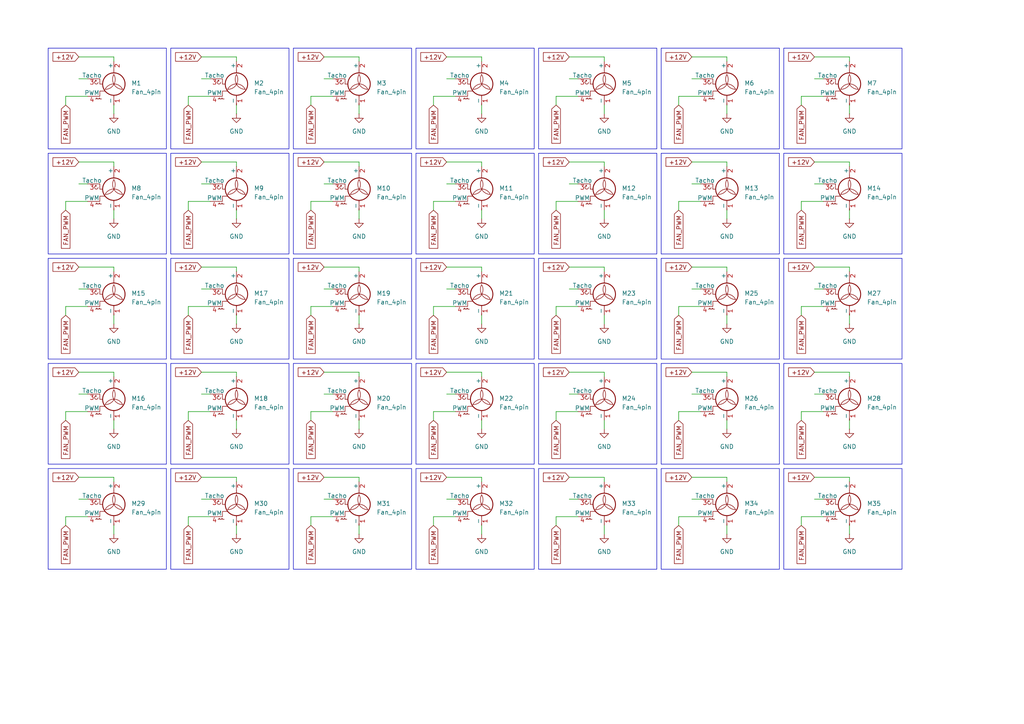
<source format=kicad_sch>
(kicad_sch (version 20250114) (generator "eeschema") (generator_version "9.0")
  (paper "A4")
  (lib_symbols
    (symbol "Motor:Fan_4pin" (pin_names (offset 0))
      (property "Reference" "M" (at 2.54 5.08 0))
      (property "Value" "Fan_4pin" (at 2.54 -2.54 0))
      (symbol "Fan_4pin_0_0"
        (polyline (pts (xy -5.08 2.032) (xy -5.334 2.159)))
        (polyline (pts (xy -5.08 2.032) (xy -5.207 1.778)))
        (arc (start -4.572 1.524) (mid -5.08 1.0182) (end -5.588 1.524))
        (arc (start -5.588 1.524) (mid -5.4392 1.8832) (end -5.08 2.032))
        (polyline (pts (xy -4.064 2.54) (xy -4.064 1.016) (xy -3.302 1.016)))
      )
      (symbol "Fan_4pin_0_1"
        (polyline (pts (xy -5.334 -3.302) (xy -5.08 -3.302) (xy -5.08 -3.048) (xy -4.826 -3.048) (xy -4.826 -3.302) (xy -4.318 -3.302) (xy -4.318 -3.048) (xy -4.064 -3.048) (xy -4.064 -3.302) (xy -3.556 -3.302)))
        (polyline (pts (xy -4.064 2.54) (xy -5.08 2.54)))
        (polyline (pts (xy -2.54 -1.016) (xy -4.064 -1.016) (xy -4.064 -2.54) (xy -5.08 -2.54)))
        (arc (start 0 3.81) (mid -0.0015 0.9048) (end -2.54 -0.508))
        (polyline (pts (xy 0 4.572) (xy 0 5.08)))
        (polyline (pts (xy 0 4.2672) (xy 0 4.6228)))
        (circle (center 0 1.016) (radius 3.2512) (stroke (width 0.254)))
        (arc (start -2.54 -0.508) (mid 0 1.0618) (end 2.54 -0.508))
        (polyline (pts (xy 0 -2.2352) (xy 0 -2.6416)))
        (polyline (pts (xy 0 -5.08) (xy 0 -4.572)))
        (arc (start 2.54 -0.508) (mid 0.047 0.9315) (end 0 3.81))
      )
      (symbol "Fan_4pin_1_1"
        (pin passive line (at -7.62 2.54 0) (length 2.54) (name "Tacho") (number "3"))
        (pin input line (at -7.62 -2.54 0) (length 2.54) (name "PWM") (number "4"))
        (pin passive line (at 0 7.62 270) (length 2.54) (name "+") (number "2"))
        (pin passive line (at 0 -5.08 90) (length 2.54) (name "-") (number "1"))
      )
    )
    (symbol "power:GND" (power) (pin_numbers (hide yes)) (pin_names (offset 0) (hide yes))
      (property "Value" "GND" (at 0 -3.81 0))
      (symbol "GND_0_1"
        (polyline (pts (xy 0 0) (xy 0 -1.27) (xy 1.27 -1.27) (xy 0 -2.54) (xy -1.27 -1.27) (xy 0 -1.27)))
      )
      (symbol "GND_1_1"
        (pin power_in line (at 0 0 270) (length 0) (name "~") (number "1"))
      )
    )
  )
  (rectangle (start 191.77 105.41) (end 226.06 134.62))
  (rectangle (start 13.97 44.45) (end 48.26 73.66))
  (rectangle (start 191.77 74.93) (end 226.06 104.14))
  (rectangle (start 49.53 44.45) (end 83.82 73.66))
  (rectangle (start 156.21 13.97) (end 190.5 43.18))
  (rectangle (start 227.33 135.89) (end 261.62 165.1))
  (rectangle (start 156.21 135.89) (end 190.5 165.1))
  (rectangle (start 120.65 74.93) (end 154.94 104.14))
  (rectangle (start 85.09 135.89) (end 119.38 165.1))
  (rectangle (start 227.33 74.93) (end 261.62 104.14))
  (rectangle (start 156.21 44.45) (end 190.5 73.66))
  (rectangle (start 156.21 74.93) (end 190.5 104.14))
  (rectangle (start 13.97 135.89) (end 48.26 165.1))
  (rectangle (start 49.53 74.93) (end 83.82 104.14))
  (rectangle (start 85.09 105.41) (end 119.38 134.62))
  (rectangle (start 191.77 44.45) (end 226.06 73.66))
  (rectangle (start 49.53 105.41) (end 83.82 134.62))
  (rectangle (start 85.09 74.93) (end 119.38 104.14))
  (rectangle (start 227.33 105.41) (end 261.62 134.62))
  (rectangle (start 85.09 13.97) (end 119.38 43.18))
  (rectangle (start 120.65 44.45) (end 154.94 73.66))
  (rectangle (start 49.53 13.97) (end 83.82 43.18))
  (rectangle (start 49.53 135.89) (end 83.82 165.1))
  (rectangle (start 227.33 13.97) (end 261.62 43.18))
  (rectangle (start 120.65 135.89) (end 154.94 165.1))
  (rectangle (start 156.21 105.41) (end 190.5 134.62))
  (rectangle (start 120.65 13.97) (end 154.94 43.18))
  (rectangle (start 13.97 105.41) (end 48.26 134.62))
  (rectangle (start 85.09 44.45) (end 119.38 73.66))
  (rectangle (start 13.97 13.97) (end 48.26 43.18))
  (rectangle (start 191.77 135.89) (end 226.06 165.1))
  (rectangle (start 191.77 13.97) (end 226.06 43.18))
  (rectangle (start 13.97 74.93) (end 48.26 104.14))
  (rectangle (start 227.33 44.45) (end 261.62 73.66))
  (rectangle (start 120.65 105.41) (end 154.94 134.62))
  (wire (pts (xy 33.02 121.92) (xy 33.02 124.46)))
  (wire (pts (xy 19.05 149.86) (xy 25.4 149.86)))
  (wire (pts (xy 129.54 22.86) (xy 132.08 22.86)))
  (wire (pts (xy 139.7 77.47) (xy 139.7 78.74)))
  (wire (pts (xy 33.02 77.47) (xy 33.02 78.74)))
  (wire (pts (xy 232.41 119.38) (xy 238.76 119.38)))
  (wire (pts (xy 246.38 77.47) (xy 246.38 78.74)))
  (wire (pts (xy 33.02 46.99) (xy 33.02 48.26)))
  (wire (pts (xy 104.14 77.47) (xy 104.14 78.74)))
  (wire (pts (xy 165.1 53.34) (xy 167.64 53.34)))
  (wire (pts (xy 22.86 46.99) (xy 33.02 46.99)))
  (wire (pts (xy 161.29 60.96) (xy 161.29 58.42)))
  (wire (pts (xy 58.42 144.78) (xy 60.96 144.78)))
  (wire (pts (xy 196.85 149.86) (xy 203.2 149.86)))
  (wire (pts (xy 165.1 16.51) (xy 175.26 16.51)))
  (wire (pts (xy 175.26 77.47) (xy 175.26 78.74)))
  (wire (pts (xy 246.38 30.48) (xy 246.38 33.02)))
  (wire (pts (xy 104.14 91.44) (xy 104.14 93.98)))
  (wire (pts (xy 125.73 58.42) (xy 132.08 58.42)))
  (wire (pts (xy 210.82 30.48) (xy 210.82 33.02)))
  (wire (pts (xy 19.05 58.42) (xy 25.4 58.42)))
  (wire (pts (xy 58.42 53.34) (xy 60.96 53.34)))
  (wire (pts (xy 196.85 152.4) (xy 196.85 149.86)))
  (wire (pts (xy 54.61 149.86) (xy 60.96 149.86)))
  (wire (pts (xy 200.66 46.99) (xy 210.82 46.99)))
  (wire (pts (xy 161.29 119.38) (xy 167.64 119.38)))
  (wire (pts (xy 125.73 152.4) (xy 125.73 149.86)))
  (wire (pts (xy 232.41 58.42) (xy 238.76 58.42)))
  (wire (pts (xy 246.38 91.44) (xy 246.38 93.98)))
  (wire (pts (xy 139.7 60.96) (xy 139.7 63.5)))
  (wire (pts (xy 232.41 27.94) (xy 238.76 27.94)))
  (wire (pts (xy 104.14 138.43) (xy 104.14 139.7)))
  (wire (pts (xy 125.73 119.38) (xy 132.08 119.38)))
  (wire (pts (xy 93.98 46.99) (xy 104.14 46.99)))
  (wire (pts (xy 161.29 121.92) (xy 161.29 119.38)))
  (wire (pts (xy 196.85 121.92) (xy 196.85 119.38)))
  (wire (pts (xy 68.58 91.44) (xy 68.58 93.98)))
  (wire (pts (xy 236.22 53.34) (xy 238.76 53.34)))
  (wire (pts (xy 58.42 107.95) (xy 68.58 107.95)))
  (wire (pts (xy 175.26 107.95) (xy 175.26 109.22)))
  (wire (pts (xy 90.17 27.94) (xy 96.52 27.94)))
  (wire (pts (xy 165.1 83.82) (xy 167.64 83.82)))
  (wire (pts (xy 93.98 22.86) (xy 96.52 22.86)))
  (wire (pts (xy 68.58 30.48) (xy 68.58 33.02)))
  (wire (pts (xy 246.38 152.4) (xy 246.38 154.94)))
  (wire (pts (xy 104.14 107.95) (xy 104.14 109.22)))
  (wire (pts (xy 19.05 30.48) (xy 19.05 27.94)))
  (wire (pts (xy 19.05 88.9) (xy 25.4 88.9)))
  (wire (pts (xy 246.38 138.43) (xy 246.38 139.7)))
  (wire (pts (xy 165.1 107.95) (xy 175.26 107.95)))
  (wire (pts (xy 22.86 138.43) (xy 33.02 138.43)))
  (wire (pts (xy 68.58 46.99) (xy 68.58 48.26)))
  (wire (pts (xy 19.05 60.96) (xy 19.05 58.42)))
  (wire (pts (xy 210.82 107.95) (xy 210.82 109.22)))
  (wire (pts (xy 33.02 138.43) (xy 33.02 139.7)))
  (wire (pts (xy 246.38 60.96) (xy 246.38 63.5)))
  (wire (pts (xy 175.26 60.96) (xy 175.26 63.5)))
  (wire (pts (xy 58.42 46.99) (xy 68.58 46.99)))
  (wire (pts (xy 125.73 91.44) (xy 125.73 88.9)))
  (wire (pts (xy 139.7 16.51) (xy 139.7 17.78)))
  (wire (pts (xy 54.61 91.44) (xy 54.61 88.9)))
  (wire (pts (xy 129.54 107.95) (xy 139.7 107.95)))
  (wire (pts (xy 175.26 30.48) (xy 175.26 33.02)))
  (wire (pts (xy 129.54 46.99) (xy 139.7 46.99)))
  (wire (pts (xy 90.17 91.44) (xy 90.17 88.9)))
  (wire (pts (xy 93.98 83.82) (xy 96.52 83.82)))
  (wire (pts (xy 232.41 91.44) (xy 232.41 88.9)))
  (wire (pts (xy 104.14 46.99) (xy 104.14 48.26)))
  (wire (pts (xy 232.41 60.96) (xy 232.41 58.42)))
  (wire (pts (xy 210.82 16.51) (xy 210.82 17.78)))
  (wire (pts (xy 129.54 144.78) (xy 132.08 144.78)))
  (wire (pts (xy 54.61 121.92) (xy 54.61 119.38)))
  (wire (pts (xy 58.42 114.3) (xy 60.96 114.3)))
  (wire (pts (xy 22.86 114.3) (xy 25.4 114.3)))
  (wire (pts (xy 165.1 138.43) (xy 175.26 138.43)))
  (wire (pts (xy 200.66 138.43) (xy 210.82 138.43)))
  (wire (pts (xy 196.85 60.96) (xy 196.85 58.42)))
  (wire (pts (xy 210.82 91.44) (xy 210.82 93.98)))
  (wire (pts (xy 90.17 121.92) (xy 90.17 119.38)))
  (wire (pts (xy 68.58 107.95) (xy 68.58 109.22)))
  (wire (pts (xy 22.86 144.78) (xy 25.4 144.78)))
  (wire (pts (xy 236.22 114.3) (xy 238.76 114.3)))
  (wire (pts (xy 33.02 107.95) (xy 33.02 109.22)))
  (wire (pts (xy 139.7 46.99) (xy 139.7 48.26)))
  (wire (pts (xy 129.54 77.47) (xy 139.7 77.47)))
  (wire (pts (xy 161.29 91.44) (xy 161.29 88.9)))
  (wire (pts (xy 90.17 149.86) (xy 96.52 149.86)))
  (wire (pts (xy 236.22 77.47) (xy 246.38 77.47)))
  (wire (pts (xy 175.26 91.44) (xy 175.26 93.98)))
  (wire (pts (xy 165.1 114.3) (xy 167.64 114.3)))
  (wire (pts (xy 165.1 46.99) (xy 175.26 46.99)))
  (wire (pts (xy 93.98 144.78) (xy 96.52 144.78)))
  (wire (pts (xy 125.73 60.96) (xy 125.73 58.42)))
  (wire (pts (xy 19.05 27.94) (xy 25.4 27.94)))
  (wire (pts (xy 90.17 58.42) (xy 96.52 58.42)))
  (wire (pts (xy 210.82 60.96) (xy 210.82 63.5)))
  (wire (pts (xy 93.98 114.3) (xy 96.52 114.3)))
  (wire (pts (xy 68.58 77.47) (xy 68.58 78.74)))
  (wire (pts (xy 200.66 16.51) (xy 210.82 16.51)))
  (wire (pts (xy 129.54 83.82) (xy 132.08 83.82)))
  (wire (pts (xy 104.14 30.48) (xy 104.14 33.02)))
  (wire (pts (xy 175.26 152.4) (xy 175.26 154.94)))
  (wire (pts (xy 139.7 121.92) (xy 139.7 124.46)))
  (wire (pts (xy 93.98 16.51) (xy 104.14 16.51)))
  (wire (pts (xy 125.73 88.9) (xy 132.08 88.9)))
  (wire (pts (xy 210.82 46.99) (xy 210.82 48.26)))
  (wire (pts (xy 196.85 27.94) (xy 203.2 27.94)))
  (wire (pts (xy 58.42 16.51) (xy 68.58 16.51)))
  (wire (pts (xy 232.41 121.92) (xy 232.41 119.38)))
  (wire (pts (xy 236.22 22.86) (xy 238.76 22.86)))
  (wire (pts (xy 19.05 91.44) (xy 19.05 88.9)))
  (wire (pts (xy 22.86 22.86) (xy 25.4 22.86)))
  (wire (pts (xy 90.17 119.38) (xy 96.52 119.38)))
  (wire (pts (xy 54.61 152.4) (xy 54.61 149.86)))
  (wire (pts (xy 58.42 22.86) (xy 60.96 22.86)))
  (wire (pts (xy 68.58 16.51) (xy 68.58 17.78)))
  (wire (pts (xy 246.38 121.92) (xy 246.38 124.46)))
  (wire (pts (xy 104.14 60.96) (xy 104.14 63.5)))
  (wire (pts (xy 22.86 83.82) (xy 25.4 83.82)))
  (wire (pts (xy 200.66 107.95) (xy 210.82 107.95)))
  (wire (pts (xy 236.22 107.95) (xy 246.38 107.95)))
  (wire (pts (xy 93.98 77.47) (xy 104.14 77.47)))
  (wire (pts (xy 129.54 138.43) (xy 139.7 138.43)))
  (wire (pts (xy 196.85 88.9) (xy 203.2 88.9)))
  (wire (pts (xy 90.17 60.96) (xy 90.17 58.42)))
  (wire (pts (xy 246.38 46.99) (xy 246.38 48.26)))
  (wire (pts (xy 22.86 107.95) (xy 33.02 107.95)))
  (wire (pts (xy 196.85 30.48) (xy 196.85 27.94)))
  (wire (pts (xy 210.82 77.47) (xy 210.82 78.74)))
  (wire (pts (xy 232.41 149.86) (xy 238.76 149.86)))
  (wire (pts (xy 139.7 91.44) (xy 139.7 93.98)))
  (wire (pts (xy 54.61 27.94) (xy 60.96 27.94)))
  (wire (pts (xy 139.7 30.48) (xy 139.7 33.02)))
  (wire (pts (xy 200.66 83.82) (xy 203.2 83.82)))
  (wire (pts (xy 161.29 149.86) (xy 167.64 149.86)))
  (wire (pts (xy 33.02 16.51) (xy 33.02 17.78)))
  (wire (pts (xy 93.98 138.43) (xy 104.14 138.43)))
  (wire (pts (xy 139.7 138.43) (xy 139.7 139.7)))
  (wire (pts (xy 33.02 91.44) (xy 33.02 93.98)))
  (wire (pts (xy 33.02 30.48) (xy 33.02 33.02)))
  (wire (pts (xy 68.58 60.96) (xy 68.58 63.5)))
  (wire (pts (xy 68.58 152.4) (xy 68.58 154.94)))
  (wire (pts (xy 19.05 152.4) (xy 19.05 149.86)))
  (wire (pts (xy 161.29 30.48) (xy 161.29 27.94)))
  (wire (pts (xy 90.17 152.4) (xy 90.17 149.86)))
  (wire (pts (xy 161.29 152.4) (xy 161.29 149.86)))
  (wire (pts (xy 175.26 121.92) (xy 175.26 124.46)))
  (wire (pts (xy 210.82 121.92) (xy 210.82 124.46)))
  (wire (pts (xy 54.61 119.38) (xy 60.96 119.38)))
  (wire (pts (xy 33.02 60.96) (xy 33.02 63.5)))
  (wire (pts (xy 125.73 27.94) (xy 132.08 27.94)))
  (wire (pts (xy 232.41 88.9) (xy 238.76 88.9)))
  (wire (pts (xy 236.22 46.99) (xy 246.38 46.99)))
  (wire (pts (xy 58.42 77.47) (xy 68.58 77.47)))
  (wire (pts (xy 93.98 107.95) (xy 104.14 107.95)))
  (wire (pts (xy 68.58 138.43) (xy 68.58 139.7)))
  (wire (pts (xy 90.17 88.9) (xy 96.52 88.9)))
  (wire (pts (xy 58.42 83.82) (xy 60.96 83.82)))
  (wire (pts (xy 54.61 30.48) (xy 54.61 27.94)))
  (wire (pts (xy 200.66 53.34) (xy 203.2 53.34)))
  (wire (pts (xy 104.14 121.92) (xy 104.14 124.46)))
  (wire (pts (xy 68.58 121.92) (xy 68.58 124.46)))
  (wire (pts (xy 232.41 152.4) (xy 232.41 149.86)))
  (wire (pts (xy 200.66 114.3) (xy 203.2 114.3)))
  (wire (pts (xy 54.61 58.42) (xy 60.96 58.42)))
  (wire (pts (xy 175.26 46.99) (xy 175.26 48.26)))
  (wire (pts (xy 196.85 58.42) (xy 203.2 58.42)))
  (wire (pts (xy 161.29 58.42) (xy 167.64 58.42)))
  (wire (pts (xy 196.85 91.44) (xy 196.85 88.9)))
  (wire (pts (xy 161.29 88.9) (xy 167.64 88.9)))
  (wire (pts (xy 19.05 121.92) (xy 19.05 119.38)))
  (wire (pts (xy 129.54 114.3) (xy 132.08 114.3)))
  (wire (pts (xy 93.98 53.34) (xy 96.52 53.34)))
  (wire (pts (xy 165.1 22.86) (xy 167.64 22.86)))
  (wire (pts (xy 58.42 138.43) (xy 68.58 138.43)))
  (wire (pts (xy 33.02 152.4) (xy 33.02 154.94)))
  (wire (pts (xy 246.38 107.95) (xy 246.38 109.22)))
  (wire (pts (xy 129.54 16.51) (xy 139.7 16.51)))
  (wire (pts (xy 200.66 77.47) (xy 210.82 77.47)))
  (wire (pts (xy 125.73 149.86) (xy 132.08 149.86)))
  (wire (pts (xy 54.61 60.96) (xy 54.61 58.42)))
  (wire (pts (xy 139.7 152.4) (xy 139.7 154.94)))
  (wire (pts (xy 165.1 144.78) (xy 167.64 144.78)))
  (wire (pts (xy 139.7 107.95) (xy 139.7 109.22)))
  (wire (pts (xy 165.1 77.47) (xy 175.26 77.47)))
  (wire (pts (xy 196.85 119.38) (xy 203.2 119.38)))
  (wire (pts (xy 236.22 16.51) (xy 246.38 16.51)))
  (wire (pts (xy 104.14 16.51) (xy 104.14 17.78)))
  (wire (pts (xy 161.29 27.94) (xy 167.64 27.94)))
  (wire (pts (xy 236.22 138.43) (xy 246.38 138.43)))
  (wire (pts (xy 22.86 53.34) (xy 25.4 53.34)))
  (wire (pts (xy 22.86 77.47) (xy 33.02 77.47)))
  (wire (pts (xy 200.66 22.86) (xy 203.2 22.86)))
  (wire (pts (xy 54.61 88.9) (xy 60.96 88.9)))
  (wire (pts (xy 22.86 16.51) (xy 33.02 16.51)))
  (wire (pts (xy 236.22 144.78) (xy 238.76 144.78)))
  (wire (pts (xy 175.26 16.51) (xy 175.26 17.78)))
  (wire (pts (xy 210.82 138.43) (xy 210.82 139.7)))
  (wire (pts (xy 125.73 30.48) (xy 125.73 27.94)))
  (wire (pts (xy 104.14 152.4) (xy 104.14 154.94)))
  (wire (pts (xy 125.73 121.92) (xy 125.73 119.38)))
  (wire (pts (xy 90.17 30.48) (xy 90.17 27.94)))
  (wire (pts (xy 232.41 30.48) (xy 232.41 27.94)))
  (wire (pts (xy 210.82 152.4) (xy 210.82 154.94)))
  (wire (pts (xy 129.54 53.34) (xy 132.08 53.34)))
  (wire (pts (xy 236.22 83.82) (xy 238.76 83.82)))
  (wire (pts (xy 19.05 119.38) (xy 25.4 119.38)))
  (wire (pts (xy 175.26 138.43) (xy 175.26 139.7)))
  (wire (pts (xy 200.66 144.78) (xy 203.2 144.78)))
  (wire (pts (xy 246.38 16.51) (xy 246.38 17.78)))
  (global_label "FAN_PWM" (shape input) (at 54.61 91.44 270) (property "Intersheetrefs" "${INTERSHEET_REFS}" (effects (hide yes))))
  (global_label "FAN_PWM" (shape input) (at 232.41 152.4 270) (property "Intersheetrefs" "${INTERSHEET_REFS}" (effects (hide yes))))
  (global_label "+12V" (shape input) (at 200.66 46.99 180) (property "Intersheetrefs" "${INTERSHEET_REFS}" (effects (hide yes))))
  (global_label "+12V" (shape input) (at 58.42 46.99 180) (property "Intersheetrefs" "${INTERSHEET_REFS}" (effects (hide yes))))
  (global_label "+12V" (shape input) (at 236.22 107.95 180) (property "Intersheetrefs" "${INTERSHEET_REFS}" (effects (hide yes))))
  (global_label "FAN_PWM" (shape input) (at 196.85 30.48 270) (property "Intersheetrefs" "${INTERSHEET_REFS}" (effects (hide yes))))
  (global_label "FAN_PWM" (shape input) (at 125.73 30.48 270) (property "Intersheetrefs" "${INTERSHEET_REFS}" (effects (hide yes))))
  (global_label "+12V" (shape input) (at 236.22 16.51 180) (property "Intersheetrefs" "${INTERSHEET_REFS}" (effects (hide yes))))
  (global_label "FAN_PWM" (shape input) (at 125.73 152.4 270) (property "Intersheetrefs" "${INTERSHEET_REFS}" (effects (hide yes))))
  (global_label "FAN_PWM" (shape input) (at 54.61 60.96 270) (property "Intersheetrefs" "${INTERSHEET_REFS}" (effects (hide yes))))
  (global_label "FAN_PWM" (shape input) (at 125.73 60.96 270) (property "Intersheetrefs" "${INTERSHEET_REFS}" (effects (hide yes))))
  (global_label "+12V" (shape input) (at 129.54 16.51 180) (property "Intersheetrefs" "${INTERSHEET_REFS}" (effects (hide yes))))
  (global_label "FAN_PWM" (shape input) (at 19.05 60.96 270) (property "Intersheetrefs" "${INTERSHEET_REFS}" (effects (hide yes))))
  (global_label "FAN_PWM" (shape input) (at 54.61 152.4 270) (property "Intersheetrefs" "${INTERSHEET_REFS}" (effects (hide yes))))
  (global_label "FAN_PWM" (shape input) (at 90.17 30.48 270) (property "Intersheetrefs" "${INTERSHEET_REFS}" (effects (hide yes))))
  (global_label "FAN_PWM" (shape input) (at 161.29 30.48 270) (property "Intersheetrefs" "${INTERSHEET_REFS}" (effects (hide yes))))
  (global_label "FAN_PWM" (shape input) (at 232.41 60.96 270) (property "Intersheetrefs" "${INTERSHEET_REFS}" (effects (hide yes))))
  (global_label "+12V" (shape input) (at 58.42 138.43 180) (property "Intersheetrefs" "${INTERSHEET_REFS}" (effects (hide yes))))
  (global_label "+12V" (shape input) (at 22.86 138.43 180) (property "Intersheetrefs" "${INTERSHEET_REFS}" (effects (hide yes))))
  (global_label "FAN_PWM" (shape input) (at 54.61 30.48 270) (property "Intersheetrefs" "${INTERSHEET_REFS}" (effects (hide yes))))
  (global_label "FAN_PWM" (shape input) (at 161.29 121.92 270) (property "Intersheetrefs" "${INTERSHEET_REFS}" (effects (hide yes))))
  (global_label "+12V" (shape input) (at 93.98 46.99 180) (property "Intersheetrefs" "${INTERSHEET_REFS}" (effects (hide yes))))
  (global_label "FAN_PWM" (shape input) (at 232.41 30.48 270) (property "Intersheetrefs" "${INTERSHEET_REFS}" (effects (hide yes))))
  (global_label "+12V" (shape input) (at 22.86 46.99 180) (property "Intersheetrefs" "${INTERSHEET_REFS}" (effects (hide yes))))
  (global_label "+12V" (shape input) (at 129.54 107.95 180) (property "Intersheetrefs" "${INTERSHEET_REFS}" (effects (hide yes))))
  (global_label "FAN_PWM" (shape input) (at 19.05 91.44 270) (property "Intersheetrefs" "${INTERSHEET_REFS}" (effects (hide yes))))
  (global_label "+12V" (shape input) (at 22.86 77.47 180) (property "Intersheetrefs" "${INTERSHEET_REFS}" (effects (hide yes))))
  (global_label "FAN_PWM" (shape input) (at 125.73 121.92 270) (property "Intersheetrefs" "${INTERSHEET_REFS}" (effects (hide yes))))
  (global_label "FAN_PWM" (shape input) (at 19.05 152.4 270) (property "Intersheetrefs" "${INTERSHEET_REFS}" (effects (hide yes))))
  (global_label "+12V" (shape input) (at 93.98 107.95 180) (property "Intersheetrefs" "${INTERSHEET_REFS}" (effects (hide yes))))
  (global_label "FAN_PWM" (shape input) (at 196.85 91.44 270) (property "Intersheetrefs" "${INTERSHEET_REFS}" (effects (hide yes))))
  (global_label "FAN_PWM" (shape input) (at 232.41 121.92 270) (property "Intersheetrefs" "${INTERSHEET_REFS}" (effects (hide yes))))
  (global_label "FAN_PWM" (shape input) (at 196.85 60.96 270) (property "Intersheetrefs" "${INTERSHEET_REFS}" (effects (hide yes))))
  (global_label "+12V" (shape input) (at 129.54 46.99 180) (property "Intersheetrefs" "${INTERSHEET_REFS}" (effects (hide yes))))
  (global_label "FAN_PWM" (shape input) (at 90.17 60.96 270) (property "Intersheetrefs" "${INTERSHEET_REFS}" (effects (hide yes))))
  (global_label "FAN_PWM" (shape input) (at 161.29 152.4 270) (property "Intersheetrefs" "${INTERSHEET_REFS}" (effects (hide yes))))
  (global_label "+12V" (shape input) (at 129.54 138.43 180) (property "Intersheetrefs" "${INTERSHEET_REFS}" (effects (hide yes))))
  (global_label "+12V" (shape input) (at 165.1 77.47 180) (property "Intersheetrefs" "${INTERSHEET_REFS}" (effects (hide yes))))
  (global_label "+12V" (shape input) (at 236.22 77.47 180) (property "Intersheetrefs" "${INTERSHEET_REFS}" (effects (hide yes))))
  (global_label "FAN_PWM" (shape input) (at 161.29 60.96 270) (property "Intersheetrefs" "${INTERSHEET_REFS}" (effects (hide yes))))
  (global_label "+12V" (shape input) (at 58.42 77.47 180) (property "Intersheetrefs" "${INTERSHEET_REFS}" (effects (hide yes))))
  (global_label "+12V" (shape input) (at 236.22 138.43 180) (property "Intersheetrefs" "${INTERSHEET_REFS}" (effects (hide yes))))
  (global_label "+12V" (shape input) (at 129.54 77.47 180) (property "Intersheetrefs" "${INTERSHEET_REFS}" (effects (hide yes))))
  (global_label "+12V" (shape input) (at 22.86 16.51 180) (property "Intersheetrefs" "${INTERSHEET_REFS}" (effects (hide yes))))
  (global_label "+12V" (shape input) (at 93.98 77.47 180) (property "Intersheetrefs" "${INTERSHEET_REFS}" (effects (hide yes))))
  (global_label "FAN_PWM" (shape input) (at 90.17 152.4 270) (property "Intersheetrefs" "${INTERSHEET_REFS}" (effects (hide yes))))
  (global_label "+12V" (shape input) (at 22.86 107.95 180) (property "Intersheetrefs" "${INTERSHEET_REFS}" (effects (hide yes))))
  (global_label "FAN_PWM" (shape input) (at 196.85 121.92 270) (property "Intersheetrefs" "${INTERSHEET_REFS}" (effects (hide yes))))
  (global_label "+12V" (shape input) (at 93.98 16.51 180) (property "Intersheetrefs" "${INTERSHEET_REFS}" (effects (hide yes))))
  (global_label "+12V" (shape input) (at 58.42 16.51 180) (property "Intersheetrefs" "${INTERSHEET_REFS}" (effects (hide yes))))
  (global_label "FAN_PWM" (shape input) (at 19.05 30.48 270) (property "Intersheetrefs" "${INTERSHEET_REFS}" (effects (hide yes))))
  (global_label "+12V" (shape input) (at 165.1 16.51 180) (property "Intersheetrefs" "${INTERSHEET_REFS}" (effects (hide yes))))
  (global_label "FAN_PWM" (shape input) (at 232.41 91.44 270) (property "Intersheetrefs" "${INTERSHEET_REFS}" (effects (hide yes))))
  (global_label "FAN_PWM" (shape input) (at 196.85 152.4 270) (property "Intersheetrefs" "${INTERSHEET_REFS}" (effects (hide yes))))
  (global_label "+12V" (shape input) (at 165.1 46.99 180) (property "Intersheetrefs" "${INTERSHEET_REFS}" (effects (hide yes))))
  (global_label "+12V" (shape input) (at 165.1 138.43 180) (property "Intersheetrefs" "${INTERSHEET_REFS}" (effects (hide yes))))
  (global_label "+12V" (shape input) (at 58.42 107.95 180) (property "Intersheetrefs" "${INTERSHEET_REFS}" (effects (hide yes))))
  (global_label "+12V" (shape input) (at 236.22 46.99 180) (property "Intersheetrefs" "${INTERSHEET_REFS}" (effects (hide yes))))
  (global_label "+12V" (shape input) (at 200.66 138.43 180) (property "Intersheetrefs" "${INTERSHEET_REFS}" (effects (hide yes))))
  (global_label "+12V" (shape input) (at 200.66 107.95 180) (property "Intersheetrefs" "${INTERSHEET_REFS}" (effects (hide yes))))
  (global_label "+12V" (shape input) (at 165.1 107.95 180) (property "Intersheetrefs" "${INTERSHEET_REFS}" (effects (hide yes))))
  (global_label "FAN_PWM" (shape input) (at 90.17 91.44 270) (property "Intersheetrefs" "${INTERSHEET_REFS}" (effects (hide yes))))
  (global_label "+12V" (shape input) (at 200.66 16.51 180) (property "Intersheetrefs" "${INTERSHEET_REFS}" (effects (hide yes))))
  (global_label "+12V" (shape input) (at 200.66 77.47 180) (property "Intersheetrefs" "${INTERSHEET_REFS}" (effects (hide yes))))
  (global_label "FAN_PWM" (shape input) (at 19.05 121.92 270) (property "Intersheetrefs" "${INTERSHEET_REFS}" (effects (hide yes))))
  (global_label "+12V" (shape input) (at 93.98 138.43 180) (property "Intersheetrefs" "${INTERSHEET_REFS}" (effects (hide yes))))
  (global_label "FAN_PWM" (shape input) (at 125.73 91.44 270) (property "Intersheetrefs" "${INTERSHEET_REFS}" (effects (hide yes))))
  (global_label "FAN_PWM" (shape input) (at 54.61 121.92 270) (property "Intersheetrefs" "${INTERSHEET_REFS}" (effects (hide yes))))
  (global_label "FAN_PWM" (shape input) (at 161.29 91.44 270) (property "Intersheetrefs" "${INTERSHEET_REFS}" (effects (hide yes))))
  (global_label "FAN_PWM" (shape input) (at 90.17 121.92 270) (property "Intersheetrefs" "${INTERSHEET_REFS}" (effects (hide yes))))
  (symbol (lib_id "Motor:Fan_4pin") (at 175.26 55.88 0) (unit 1)
    (property "Reference" "M12" (at 180.34 54.6099 0) (effects (justify left)))
    (property "Value" "Fan_4pin" (at 180.34 57.1499 0) (effects (justify left)))
    (property "Footprint" "Connector:FanPinHeader_1x04_P2.54mm_Vertical" (effects (hide yes)))
    (property "Datasheet" "http://www.formfactors.org/developer%5Cspecs%5Crev1_2_public.pdf" (effects (hide yes)))
    (property "Description" "Fan, tacho output, PWM input, 4-pin connector" (effects (hide yes)))
  )
  (symbol (lib_id "power:GND") (at 175.26 93.98 0) (unit 1)
    (property "Reference" "#PWR051" (effects (hide yes)))
    (property "Value" "GND" (at 175.26 99.06 0))
    (property "Description" "Power symbol creates a global label with name \"GND\" , ground" (effects (hide yes)))
  )
  (symbol (lib_id "power:GND") (at 68.58 93.98 0) (unit 1)
    (property "Reference" "#PWR045" (effects (hide yes)))
    (property "Value" "GND" (at 68.58 99.06 0))
    (property "Description" "Power symbol creates a global label with name \"GND\" , ground" (effects (hide yes)))
  )
  (symbol (lib_id "power:GND") (at 139.7 154.94 0) (unit 1)
    (property "Reference" "#PWR060" (effects (hide yes)))
    (property "Value" "GND" (at 139.7 160.02 0))
    (property "Description" "Power symbol creates a global label with name \"GND\" , ground" (effects (hide yes)))
  )
  (symbol (lib_id "power:GND") (at 33.02 124.46 0) (unit 1)
    (property "Reference" "#PWR044" (effects (hide yes)))
    (property "Value" "GND" (at 33.02 129.54 0))
    (property "Description" "Power symbol creates a global label with name \"GND\" , ground" (effects (hide yes)))
  )
  (symbol (lib_id "Motor:Fan_4pin") (at 68.58 116.84 0) (unit 1)
    (property "Reference" "M18" (at 73.66 115.5699 0) (effects (justify left)))
    (property "Value" "Fan_4pin" (at 73.66 118.1099 0) (effects (justify left)))
    (property "Footprint" "Connector:FanPinHeader_1x04_P2.54mm_Vertical" (effects (hide yes)))
    (property "Datasheet" "http://www.formfactors.org/developer%5Cspecs%5Crev1_2_public.pdf" (effects (hide yes)))
    (property "Description" "Fan, tacho output, PWM input, 4-pin connector" (effects (hide yes)))
  )
  (symbol (lib_id "Motor:Fan_4pin") (at 139.7 147.32 0) (unit 1)
    (property "Reference" "M32" (at 144.78 146.0499 0) (effects (justify left)))
    (property "Value" "Fan_4pin" (at 144.78 148.5899 0) (effects (justify left)))
    (property "Footprint" "Connector:FanPinHeader_1x04_P2.54mm_Vertical" (effects (hide yes)))
    (property "Datasheet" "http://www.formfactors.org/developer%5Cspecs%5Crev1_2_public.pdf" (effects (hide yes)))
    (property "Description" "Fan, tacho output, PWM input, 4-pin connector" (effects (hide yes)))
  )
  (symbol (lib_id "Motor:Fan_4pin") (at 139.7 116.84 0) (unit 1)
    (property "Reference" "M22" (at 144.78 115.5699 0) (effects (justify left)))
    (property "Value" "Fan_4pin" (at 144.78 118.1099 0) (effects (justify left)))
    (property "Footprint" "Connector:FanPinHeader_1x04_P2.54mm_Vertical" (effects (hide yes)))
    (property "Datasheet" "http://www.formfactors.org/developer%5Cspecs%5Crev1_2_public.pdf" (effects (hide yes)))
    (property "Description" "Fan, tacho output, PWM input, 4-pin connector" (effects (hide yes)))
  )
  (symbol (lib_id "power:GND") (at 175.26 33.02 0) (unit 1)
    (property "Reference" "#PWR033" (effects (hide yes)))
    (property "Value" "GND" (at 175.26 38.1 0))
    (property "Description" "Power symbol creates a global label with name \"GND\" , ground" (effects (hide yes)))
  )
  (symbol (lib_id "power:GND") (at 246.38 93.98 0) (unit 1)
    (property "Reference" "#PWR055" (effects (hide yes)))
    (property "Value" "GND" (at 246.38 99.06 0))
    (property "Description" "Power symbol creates a global label with name \"GND\" , ground" (effects (hide yes)))
  )
  (symbol (lib_id "power:GND") (at 210.82 63.5 0) (unit 1)
    (property "Reference" "#PWR041" (effects (hide yes)))
    (property "Value" "GND" (at 210.82 68.58 0))
    (property "Description" "Power symbol creates a global label with name \"GND\" , ground" (effects (hide yes)))
  )
  (symbol (lib_id "Motor:Fan_4pin") (at 175.26 116.84 0) (unit 1)
    (property "Reference" "M24" (at 180.34 115.5699 0) (effects (justify left)))
    (property "Value" "Fan_4pin" (at 180.34 118.1099 0) (effects (justify left)))
    (property "Footprint" "Connector:FanPinHeader_1x04_P2.54mm_Vertical" (effects (hide yes)))
    (property "Datasheet" "http://www.formfactors.org/developer%5Cspecs%5Crev1_2_public.pdf" (effects (hide yes)))
    (property "Description" "Fan, tacho output, PWM input, 4-pin connector" (effects (hide yes)))
  )
  (symbol (lib_id "Motor:Fan_4pin") (at 33.02 25.4 0) (unit 1)
    (property "Reference" "M1" (at 38.1 24.1299 0) (effects (justify left)))
    (property "Value" "Fan_4pin" (at 38.1 26.6699 0) (effects (justify left)))
    (property "Footprint" "Connector:FanPinHeader_1x04_P2.54mm_Vertical" (effects (hide yes)))
    (property "Datasheet" "http://www.formfactors.org/developer%5Cspecs%5Crev1_2_public.pdf" (effects (hide yes)))
    (property "Description" "Fan, tacho output, PWM input, 4-pin connector" (effects (hide yes)))
  )
  (symbol (lib_id "Motor:Fan_4pin") (at 139.7 86.36 0) (unit 1)
    (property "Reference" "M21" (at 144.78 85.0899 0) (effects (justify left)))
    (property "Value" "Fan_4pin" (at 144.78 87.6299 0) (effects (justify left)))
    (property "Footprint" "Connector:FanPinHeader_1x04_P2.54mm_Vertical" (effects (hide yes)))
    (property "Datasheet" "http://www.formfactors.org/developer%5Cspecs%5Crev1_2_public.pdf" (effects (hide yes)))
    (property "Description" "Fan, tacho output, PWM input, 4-pin connector" (effects (hide yes)))
  )
  (symbol (lib_id "Motor:Fan_4pin") (at 33.02 116.84 0) (unit 1)
    (property "Reference" "M16" (at 38.1 115.5699 0) (effects (justify left)))
    (property "Value" "Fan_4pin" (at 38.1 118.1099 0) (effects (justify left)))
    (property "Footprint" "Connector:FanPinHeader_1x04_P2.54mm_Vertical" (effects (hide yes)))
    (property "Datasheet" "http://www.formfactors.org/developer%5Cspecs%5Crev1_2_public.pdf" (effects (hide yes)))
    (property "Description" "Fan, tacho output, PWM input, 4-pin connector" (effects (hide yes)))
  )
  (symbol (lib_id "power:GND") (at 139.7 93.98 0) (unit 1)
    (property "Reference" "#PWR049" (effects (hide yes)))
    (property "Value" "GND" (at 139.7 99.06 0))
    (property "Description" "Power symbol creates a global label with name \"GND\" , ground" (effects (hide yes)))
  )
  (symbol (lib_id "Motor:Fan_4pin") (at 104.14 25.4 0) (unit 1)
    (property "Reference" "M3" (at 109.22 24.1299 0) (effects (justify left)))
    (property "Value" "Fan_4pin" (at 109.22 26.6699 0) (effects (justify left)))
    (property "Footprint" "Connector:FanPinHeader_1x04_P2.54mm_Vertical" (effects (hide yes)))
    (property "Datasheet" "http://www.formfactors.org/developer%5Cspecs%5Crev1_2_public.pdf" (effects (hide yes)))
    (property "Description" "Fan, tacho output, PWM input, 4-pin connector" (effects (hide yes)))
  )
  (symbol (lib_id "Motor:Fan_4pin") (at 246.38 25.4 0) (unit 1)
    (property "Reference" "M7" (at 251.46 24.1299 0) (effects (justify left)))
    (property "Value" "Fan_4pin" (at 251.46 26.6699 0) (effects (justify left)))
    (property "Footprint" "Connector:FanPinHeader_1x04_P2.54mm_Vertical" (effects (hide yes)))
    (property "Datasheet" "http://www.formfactors.org/developer%5Cspecs%5Crev1_2_public.pdf" (effects (hide yes)))
    (property "Description" "Fan, tacho output, PWM input, 4-pin connector" (effects (hide yes)))
  )
  (symbol (lib_id "Motor:Fan_4pin") (at 68.58 86.36 0) (unit 1)
    (property "Reference" "M17" (at 73.66 85.0899 0) (effects (justify left)))
    (property "Value" "Fan_4pin" (at 73.66 87.6299 0) (effects (justify left)))
    (property "Footprint" "Connector:FanPinHeader_1x04_P2.54mm_Vertical" (effects (hide yes)))
    (property "Datasheet" "http://www.formfactors.org/developer%5Cspecs%5Crev1_2_public.pdf" (effects (hide yes)))
    (property "Description" "Fan, tacho output, PWM input, 4-pin connector" (effects (hide yes)))
  )
  (symbol (lib_id "power:GND") (at 33.02 63.5 0) (unit 1)
    (property "Reference" "#PWR036" (effects (hide yes)))
    (property "Value" "GND" (at 33.02 68.58 0))
    (property "Description" "Power symbol creates a global label with name \"GND\" , ground" (effects (hide yes)))
  )
  (symbol (lib_id "power:GND") (at 104.14 33.02 0) (unit 1)
    (property "Reference" "#PWR031" (effects (hide yes)))
    (property "Value" "GND" (at 104.14 38.1 0))
    (property "Description" "Power symbol creates a global label with name \"GND\" , ground" (effects (hide yes)))
  )
  (symbol (lib_id "Motor:Fan_4pin") (at 33.02 86.36 0) (unit 1)
    (property "Reference" "M15" (at 38.1 85.0899 0) (effects (justify left)))
    (property "Value" "Fan_4pin" (at 38.1 87.6299 0) (effects (justify left)))
    (property "Footprint" "Connector:FanPinHeader_1x04_P2.54mm_Vertical" (effects (hide yes)))
    (property "Datasheet" "http://www.formfactors.org/developer%5Cspecs%5Crev1_2_public.pdf" (effects (hide yes)))
    (property "Description" "Fan, tacho output, PWM input, 4-pin connector" (effects (hide yes)))
  )
  (symbol (lib_id "power:GND") (at 68.58 33.02 0) (unit 1)
    (property "Reference" "#PWR030" (effects (hide yes)))
    (property "Value" "GND" (at 68.58 38.1 0))
    (property "Description" "Power symbol creates a global label with name \"GND\" , ground" (effects (hide yes)))
  )
  (symbol (lib_id "power:GND") (at 175.26 63.5 0) (unit 1)
    (property "Reference" "#PWR040" (effects (hide yes)))
    (property "Value" "GND" (at 175.26 68.58 0))
    (property "Description" "Power symbol creates a global label with name \"GND\" , ground" (effects (hide yes)))
  )
  (symbol (lib_id "power:GND") (at 104.14 154.94 0) (unit 1)
    (property "Reference" "#PWR059" (effects (hide yes)))
    (property "Value" "GND" (at 104.14 160.02 0))
    (property "Description" "Power symbol creates a global label with name \"GND\" , ground" (effects (hide yes)))
  )
  (symbol (lib_id "power:GND") (at 246.38 124.46 0) (unit 1)
    (property "Reference" "#PWR056" (effects (hide yes)))
    (property "Value" "GND" (at 246.38 129.54 0))
    (property "Description" "Power symbol creates a global label with name \"GND\" , ground" (effects (hide yes)))
  )
  (symbol (lib_id "Motor:Fan_4pin") (at 210.82 116.84 0) (unit 1)
    (property "Reference" "M26" (at 215.9 115.5699 0) (effects (justify left)))
    (property "Value" "Fan_4pin" (at 215.9 118.1099 0) (effects (justify left)))
    (property "Footprint" "Connector:FanPinHeader_1x04_P2.54mm_Vertical" (effects (hide yes)))
    (property "Datasheet" "http://www.formfactors.org/developer%5Cspecs%5Crev1_2_public.pdf" (effects (hide yes)))
    (property "Description" "Fan, tacho output, PWM input, 4-pin connector" (effects (hide yes)))
  )
  (symbol (lib_id "power:GND") (at 139.7 33.02 0) (unit 1)
    (property "Reference" "#PWR032" (effects (hide yes)))
    (property "Value" "GND" (at 139.7 38.1 0))
    (property "Description" "Power symbol creates a global label with name \"GND\" , ground" (effects (hide yes)))
  )
  (symbol (lib_id "Motor:Fan_4pin") (at 68.58 147.32 0) (unit 1)
    (property "Reference" "M30" (at 73.66 146.0499 0) (effects (justify left)))
    (property "Value" "Fan_4pin" (at 73.66 148.5899 0) (effects (justify left)))
    (property "Footprint" "Connector:FanPinHeader_1x04_P2.54mm_Vertical" (effects (hide yes)))
    (property "Datasheet" "http://www.formfactors.org/developer%5Cspecs%5Crev1_2_public.pdf" (effects (hide yes)))
    (property "Description" "Fan, tacho output, PWM input, 4-pin connector" (effects (hide yes)))
  )
  (symbol (lib_id "Motor:Fan_4pin") (at 33.02 147.32 0) (unit 1)
    (property "Reference" "M29" (at 38.1 146.0499 0) (effects (justify left)))
    (property "Value" "Fan_4pin" (at 38.1 148.5899 0) (effects (justify left)))
    (property "Footprint" "Connector:FanPinHeader_1x04_P2.54mm_Vertical" (effects (hide yes)))
    (property "Datasheet" "http://www.formfactors.org/developer%5Cspecs%5Crev1_2_public.pdf" (effects (hide yes)))
    (property "Description" "Fan, tacho output, PWM input, 4-pin connector" (effects (hide yes)))
  )
  (symbol (lib_id "power:GND") (at 104.14 93.98 0) (unit 1)
    (property "Reference" "#PWR047" (effects (hide yes)))
    (property "Value" "GND" (at 104.14 99.06 0))
    (property "Description" "Power symbol creates a global label with name \"GND\" , ground" (effects (hide yes)))
  )
  (symbol (lib_id "Motor:Fan_4pin") (at 68.58 25.4 0) (unit 1)
    (property "Reference" "M2" (at 73.66 24.1299 0) (effects (justify left)))
    (property "Value" "Fan_4pin" (at 73.66 26.6699 0) (effects (justify left)))
    (property "Footprint" "Connector:FanPinHeader_1x04_P2.54mm_Vertical" (effects (hide yes)))
    (property "Datasheet" "http://www.formfactors.org/developer%5Cspecs%5Crev1_2_public.pdf" (effects (hide yes)))
    (property "Description" "Fan, tacho output, PWM input, 4-pin connector" (effects (hide yes)))
  )
  (symbol (lib_id "power:GND") (at 33.02 93.98 0) (unit 1)
    (property "Reference" "#PWR043" (effects (hide yes)))
    (property "Value" "GND" (at 33.02 99.06 0))
    (property "Description" "Power symbol creates a global label with name \"GND\" , ground" (effects (hide yes)))
  )
  (symbol (lib_id "Motor:Fan_4pin") (at 246.38 86.36 0) (unit 1)
    (property "Reference" "M27" (at 251.46 85.0899 0) (effects (justify left)))
    (property "Value" "Fan_4pin" (at 251.46 87.6299 0) (effects (justify left)))
    (property "Footprint" "Connector:FanPinHeader_1x04_P2.54mm_Vertical" (effects (hide yes)))
    (property "Datasheet" "http://www.formfactors.org/developer%5Cspecs%5Crev1_2_public.pdf" (effects (hide yes)))
    (property "Description" "Fan, tacho output, PWM input, 4-pin connector" (effects (hide yes)))
  )
  (symbol (lib_id "power:GND") (at 33.02 33.02 0) (unit 1)
    (property "Reference" "#PWR029" (effects (hide yes)))
    (property "Value" "GND" (at 33.02 38.1 0))
    (property "Description" "Power symbol creates a global label with name \"GND\" , ground" (effects (hide yes)))
  )
  (symbol (lib_id "power:GND") (at 139.7 63.5 0) (unit 1)
    (property "Reference" "#PWR039" (effects (hide yes)))
    (property "Value" "GND" (at 139.7 68.58 0))
    (property "Description" "Power symbol creates a global label with name \"GND\" , ground" (effects (hide yes)))
  )
  (symbol (lib_id "power:GND") (at 175.26 154.94 0) (unit 1)
    (property "Reference" "#PWR093" (effects (hide yes)))
    (property "Value" "GND" (at 175.26 160.02 0))
    (property "Description" "Power symbol creates a global label with name \"GND\" , ground" (effects (hide yes)))
  )
  (symbol (lib_id "Motor:Fan_4pin") (at 246.38 55.88 0) (unit 1)
    (property "Reference" "M14" (at 251.46 54.6099 0) (effects (justify left)))
    (property "Value" "Fan_4pin" (at 251.46 57.1499 0) (effects (justify left)))
    (property "Footprint" "Connector:FanPinHeader_1x04_P2.54mm_Vertical" (effects (hide yes)))
    (property "Datasheet" "http://www.formfactors.org/developer%5Cspecs%5Crev1_2_public.pdf" (effects (hide yes)))
    (property "Description" "Fan, tacho output, PWM input, 4-pin connector" (effects (hide yes)))
  )
  (symbol (lib_id "power:GND") (at 210.82 124.46 0) (unit 1)
    (property "Reference" "#PWR054" (effects (hide yes)))
    (property "Value" "GND" (at 210.82 129.54 0))
    (property "Description" "Power symbol creates a global label with name \"GND\" , ground" (effects (hide yes)))
  )
  (symbol (lib_id "power:GND") (at 210.82 93.98 0) (unit 1)
    (property "Reference" "#PWR053" (effects (hide yes)))
    (property "Value" "GND" (at 210.82 99.06 0))
    (property "Description" "Power symbol creates a global label with name \"GND\" , ground" (effects (hide yes)))
  )
  (symbol (lib_id "Motor:Fan_4pin") (at 68.58 55.88 0) (unit 1)
    (property "Reference" "M9" (at 73.66 54.6099 0) (effects (justify left)))
    (property "Value" "Fan_4pin" (at 73.66 57.1499 0) (effects (justify left)))
    (property "Footprint" "Connector:FanPinHeader_1x04_P2.54mm_Vertical" (effects (hide yes)))
    (property "Datasheet" "http://www.formfactors.org/developer%5Cspecs%5Crev1_2_public.pdf" (effects (hide yes)))
    (property "Description" "Fan, tacho output, PWM input, 4-pin connector" (effects (hide yes)))
  )
  (symbol (lib_id "power:GND") (at 33.02 154.94 0) (unit 1)
    (property "Reference" "#PWR057" (effects (hide yes)))
    (property "Value" "GND" (at 33.02 160.02 0))
    (property "Description" "Power symbol creates a global label with name \"GND\" , ground" (effects (hide yes)))
  )
  (symbol (lib_id "Motor:Fan_4pin") (at 139.7 25.4 0) (unit 1)
    (property "Reference" "M4" (at 144.78 24.1299 0) (effects (justify left)))
    (property "Value" "Fan_4pin" (at 144.78 26.6699 0) (effects (justify left)))
    (property "Footprint" "Connector:FanPinHeader_1x04_P2.54mm_Vertical" (effects (hide yes)))
    (property "Datasheet" "http://www.formfactors.org/developer%5Cspecs%5Crev1_2_public.pdf" (effects (hide yes)))
    (property "Description" "Fan, tacho output, PWM input, 4-pin connector" (effects (hide yes)))
  )
  (symbol (lib_id "Motor:Fan_4pin") (at 175.26 147.32 0) (unit 1)
    (property "Reference" "M33" (at 180.34 146.0499 0) (effects (justify left)))
    (property "Value" "Fan_4pin" (at 180.34 148.5899 0) (effects (justify left)))
    (property "Footprint" "Connector:FanPinHeader_1x04_P2.54mm_Vertical" (effects (hide yes)))
    (property "Datasheet" "http://www.formfactors.org/developer%5Cspecs%5Crev1_2_public.pdf" (effects (hide yes)))
    (property "Description" "Fan, tacho output, PWM input, 4-pin connector" (effects (hide yes)))
  )
  (symbol (lib_id "power:GND") (at 246.38 63.5 0) (unit 1)
    (property "Reference" "#PWR042" (effects (hide yes)))
    (property "Value" "GND" (at 246.38 68.58 0))
    (property "Description" "Power symbol creates a global label with name \"GND\" , ground" (effects (hide yes)))
  )
  (symbol (lib_id "power:GND") (at 246.38 154.94 0) (unit 1)
    (property "Reference" "#PWR0101" (effects (hide yes)))
    (property "Value" "GND" (at 246.38 160.02 0))
    (property "Description" "Power symbol creates a global label with name \"GND\" , ground" (effects (hide yes)))
  )
  (symbol (lib_id "power:GND") (at 68.58 154.94 0) (unit 1)
    (property "Reference" "#PWR058" (effects (hide yes)))
    (property "Value" "GND" (at 68.58 160.02 0))
    (property "Description" "Power symbol creates a global label with name \"GND\" , ground" (effects (hide yes)))
  )
  (symbol (lib_id "Motor:Fan_4pin") (at 210.82 86.36 0) (unit 1)
    (property "Reference" "M25" (at 215.9 85.0899 0) (effects (justify left)))
    (property "Value" "Fan_4pin" (at 215.9 87.6299 0) (effects (justify left)))
    (property "Footprint" "Connector:FanPinHeader_1x04_P2.54mm_Vertical" (effects (hide yes)))
    (property "Datasheet" "http://www.formfactors.org/developer%5Cspecs%5Crev1_2_public.pdf" (effects (hide yes)))
    (property "Description" "Fan, tacho output, PWM input, 4-pin connector" (effects (hide yes)))
  )
  (symbol (lib_id "power:GND") (at 68.58 124.46 0) (unit 1)
    (property "Reference" "#PWR046" (effects (hide yes)))
    (property "Value" "GND" (at 68.58 129.54 0))
    (property "Description" "Power symbol creates a global label with name \"GND\" , ground" (effects (hide yes)))
  )
  (symbol (lib_id "power:GND") (at 175.26 124.46 0) (unit 1)
    (property "Reference" "#PWR052" (effects (hide yes)))
    (property "Value" "GND" (at 175.26 129.54 0))
    (property "Description" "Power symbol creates a global label with name \"GND\" , ground" (effects (hide yes)))
  )
  (symbol (lib_id "power:GND") (at 104.14 124.46 0) (unit 1)
    (property "Reference" "#PWR048" (effects (hide yes)))
    (property "Value" "GND" (at 104.14 129.54 0))
    (property "Description" "Power symbol creates a global label with name \"GND\" , ground" (effects (hide yes)))
  )
  (symbol (lib_id "Motor:Fan_4pin") (at 104.14 147.32 0) (unit 1)
    (property "Reference" "M31" (at 109.22 146.0499 0) (effects (justify left)))
    (property "Value" "Fan_4pin" (at 109.22 148.5899 0) (effects (justify left)))
    (property "Footprint" "Connector:FanPinHeader_1x04_P2.54mm_Vertical" (effects (hide yes)))
    (property "Datasheet" "http://www.formfactors.org/developer%5Cspecs%5Crev1_2_public.pdf" (effects (hide yes)))
    (property "Description" "Fan, tacho output, PWM input, 4-pin connector" (effects (hide yes)))
  )
  (symbol (lib_id "Motor:Fan_4pin") (at 210.82 55.88 0) (unit 1)
    (property "Reference" "M13" (at 215.9 54.6099 0) (effects (justify left)))
    (property "Value" "Fan_4pin" (at 215.9 57.1499 0) (effects (justify left)))
    (property "Footprint" "Connector:FanPinHeader_1x04_P2.54mm_Vertical" (effects (hide yes)))
    (property "Datasheet" "http://www.formfactors.org/developer%5Cspecs%5Crev1_2_public.pdf" (effects (hide yes)))
    (property "Description" "Fan, tacho output, PWM input, 4-pin connector" (effects (hide yes)))
  )
  (symbol (lib_id "power:GND") (at 210.82 33.02 0) (unit 1)
    (property "Reference" "#PWR034" (effects (hide yes)))
    (property "Value" "GND" (at 210.82 38.1 0))
    (property "Description" "Power symbol creates a global label with name \"GND\" , ground" (effects (hide yes)))
  )
  (symbol (lib_id "Motor:Fan_4pin") (at 139.7 55.88 0) (unit 1)
    (property "Reference" "M11" (at 144.78 54.6099 0) (effects (justify left)))
    (property "Value" "Fan_4pin" (at 144.78 57.1499 0) (effects (justify left)))
    (property "Footprint" "Connector:FanPinHeader_1x04_P2.54mm_Vertical" (effects (hide yes)))
    (property "Datasheet" "http://www.formfactors.org/developer%5Cspecs%5Crev1_2_public.pdf" (effects (hide yes)))
    (property "Description" "Fan, tacho output, PWM input, 4-pin connector" (effects (hide yes)))
  )
  (symbol (lib_id "power:GND") (at 68.58 63.5 0) (unit 1)
    (property "Reference" "#PWR037" (effects (hide yes)))
    (property "Value" "GND" (at 68.58 68.58 0))
    (property "Description" "Power symbol creates a global label with name \"GND\" , ground" (effects (hide yes)))
  )
  (symbol (lib_id "power:GND") (at 104.14 63.5 0) (unit 1)
    (property "Reference" "#PWR038" (effects (hide yes)))
    (property "Value" "GND" (at 104.14 68.58 0))
    (property "Description" "Power symbol creates a global label with name \"GND\" , ground" (effects (hide yes)))
  )
  (symbol (lib_id "Motor:Fan_4pin") (at 104.14 86.36 0) (unit 1)
    (property "Reference" "M19" (at 109.22 85.0899 0) (effects (justify left)))
    (property "Value" "Fan_4pin" (at 109.22 87.6299 0) (effects (justify left)))
    (property "Footprint" "Connector:FanPinHeader_1x04_P2.54mm_Vertical" (effects (hide yes)))
    (property "Datasheet" "http://www.formfactors.org/developer%5Cspecs%5Crev1_2_public.pdf" (effects (hide yes)))
    (property "Description" "Fan, tacho output, PWM input, 4-pin connector" (effects (hide yes)))
  )
  (symbol (lib_id "Motor:Fan_4pin") (at 175.26 25.4 0) (unit 1)
    (property "Reference" "M5" (at 180.34 24.1299 0) (effects (justify left)))
    (property "Value" "Fan_4pin" (at 180.34 26.6699 0) (effects (justify left)))
    (property "Footprint" "Connector:FanPinHeader_1x04_P2.54mm_Vertical" (effects (hide yes)))
    (property "Datasheet" "http://www.formfactors.org/developer%5Cspecs%5Crev1_2_public.pdf" (effects (hide yes)))
    (property "Description" "Fan, tacho output, PWM input, 4-pin connector" (effects (hide yes)))
  )
  (symbol (lib_id "Motor:Fan_4pin") (at 175.26 86.36 0) (unit 1)
    (property "Reference" "M23" (at 180.34 85.0899 0) (effects (justify left)))
    (property "Value" "Fan_4pin" (at 180.34 87.6299 0) (effects (justify left)))
    (property "Footprint" "Connector:FanPinHeader_1x04_P2.54mm_Vertical" (effects (hide yes)))
    (property "Datasheet" "http://www.formfactors.org/developer%5Cspecs%5Crev1_2_public.pdf" (effects (hide yes)))
    (property "Description" "Fan, tacho output, PWM input, 4-pin connector" (effects (hide yes)))
  )
  (symbol (lib_id "Motor:Fan_4pin") (at 246.38 147.32 0) (unit 1)
    (property "Reference" "M35" (at 251.46 146.0499 0) (effects (justify left)))
    (property "Value" "Fan_4pin" (at 251.46 148.5899 0) (effects (justify left)))
    (property "Footprint" "Connector:FanPinHeader_1x04_P2.54mm_Vertical" (effects (hide yes)))
    (property "Datasheet" "http://www.formfactors.org/developer%5Cspecs%5Crev1_2_public.pdf" (effects (hide yes)))
    (property "Description" "Fan, tacho output, PWM input, 4-pin connector" (effects (hide yes)))
  )
  (symbol (lib_id "power:GND") (at 246.38 33.02 0) (unit 1)
    (property "Reference" "#PWR035" (effects (hide yes)))
    (property "Value" "GND" (at 246.38 38.1 0))
    (property "Description" "Power symbol creates a global label with name \"GND\" , ground" (effects (hide yes)))
  )
  (symbol (lib_id "Motor:Fan_4pin") (at 33.02 55.88 0) (unit 1)
    (property "Reference" "M8" (at 38.1 54.6099 0) (effects (justify left)))
    (property "Value" "Fan_4pin" (at 38.1 57.1499 0) (effects (justify left)))
    (property "Footprint" "Connector:FanPinHeader_1x04_P2.54mm_Vertical" (effects (hide yes)))
    (property "Datasheet" "http://www.formfactors.org/developer%5Cspecs%5Crev1_2_public.pdf" (effects (hide yes)))
    (property "Description" "Fan, tacho output, PWM input, 4-pin connector" (effects (hide yes)))
  )
  (symbol (lib_id "power:GND") (at 139.7 124.46 0) (unit 1)
    (property "Reference" "#PWR050" (effects (hide yes)))
    (property "Value" "GND" (at 139.7 129.54 0))
    (property "Description" "Power symbol creates a global label with name \"GND\" , ground" (effects (hide yes)))
  )
  (symbol (lib_id "Motor:Fan_4pin") (at 246.38 116.84 0) (unit 1)
    (property "Reference" "M28" (at 251.46 115.5699 0) (effects (justify left)))
    (property "Value" "Fan_4pin" (at 251.46 118.1099 0) (effects (justify left)))
    (property "Footprint" "Connector:FanPinHeader_1x04_P2.54mm_Vertical" (effects (hide yes)))
    (property "Datasheet" "http://www.formfactors.org/developer%5Cspecs%5Crev1_2_public.pdf" (effects (hide yes)))
    (property "Description" "Fan, tacho output, PWM input, 4-pin connector" (effects (hide yes)))
  )
  (symbol (lib_id "Motor:Fan_4pin") (at 210.82 147.32 0) (unit 1)
    (property "Reference" "M34" (at 215.9 146.0499 0) (effects (justify left)))
    (property "Value" "Fan_4pin" (at 215.9 148.5899 0) (effects (justify left)))
    (property "Footprint" "Connector:FanPinHeader_1x04_P2.54mm_Vertical" (effects (hide yes)))
    (property "Datasheet" "http://www.formfactors.org/developer%5Cspecs%5Crev1_2_public.pdf" (effects (hide yes)))
    (property "Description" "Fan, tacho output, PWM input, 4-pin connector" (effects (hide yes)))
  )
  (symbol (lib_id "Motor:Fan_4pin") (at 104.14 55.88 0) (unit 1)
    (property "Reference" "M10" (at 109.22 54.6099 0) (effects (justify left)))
    (property "Value" "Fan_4pin" (at 109.22 57.1499 0) (effects (justify left)))
    (property "Footprint" "Connector:FanPinHeader_1x04_P2.54mm_Vertical" (effects (hide yes)))
    (property "Datasheet" "http://www.formfactors.org/developer%5Cspecs%5Crev1_2_public.pdf" (effects (hide yes)))
    (property "Description" "Fan, tacho output, PWM input, 4-pin connector" (effects (hide yes)))
  )
  (symbol (lib_id "Motor:Fan_4pin") (at 210.82 25.4 0) (unit 1)
    (property "Reference" "M6" (at 215.9 24.1299 0) (effects (justify left)))
    (property "Value" "Fan_4pin" (at 215.9 26.6699 0) (effects (justify left)))
    (property "Footprint" "Connector:FanPinHeader_1x04_P2.54mm_Vertical" (effects (hide yes)))
    (property "Datasheet" "http://www.formfactors.org/developer%5Cspecs%5Crev1_2_public.pdf" (effects (hide yes)))
    (property "Description" "Fan, tacho output, PWM input, 4-pin connector" (effects (hide yes)))
  )
  (symbol (lib_id "power:GND") (at 210.82 154.94 0) (unit 1)
    (property "Reference" "#PWR094" (effects (hide yes)))
    (property "Value" "GND" (at 210.82 160.02 0))
    (property "Description" "Power symbol creates a global label with name \"GND\" , ground" (effects (hide yes)))
  )
  (symbol (lib_id "Motor:Fan_4pin") (at 104.14 116.84 0) (unit 1)
    (property "Reference" "M20" (at 109.22 115.5699 0) (effects (justify left)))
    (property "Value" "Fan_4pin" (at 109.22 118.1099 0) (effects (justify left)))
    (property "Footprint" "Connector:FanPinHeader_1x04_P2.54mm_Vertical" (effects (hide yes)))
    (property "Datasheet" "http://www.formfactors.org/developer%5Cspecs%5Crev1_2_public.pdf" (effects (hide yes)))
    (property "Description" "Fan, tacho output, PWM input, 4-pin connector" (effects (hide yes)))
  )
)
</source>
